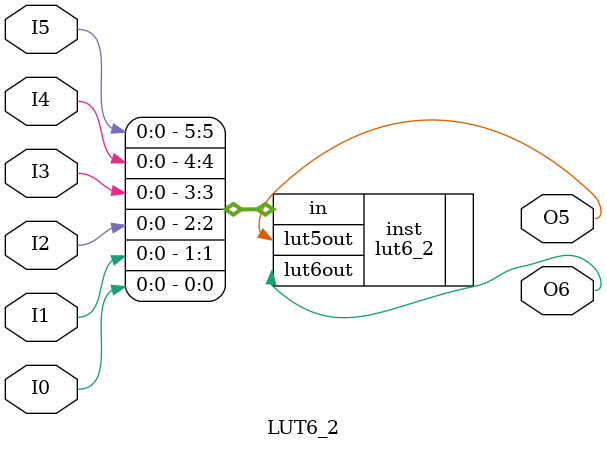
<source format=v>
module LUT1(output O, input I0);
  parameter [1:0] INIT = 0;
  \$lut #(
    .WIDTH(1),
    .LUT(INIT)
  ) _TECHMAP_REPLACE_ (
    .A(I0),
    .Y(O)
  );
endmodule
module LUT2(output O, input I0, I1);
  parameter [3:0] INIT = 0;
  \$lut #(
    .WIDTH(2),
    .LUT(INIT)
  ) _TECHMAP_REPLACE_ (
    .A({I1, I0}),
    .Y(O)
  );
endmodule
module LUT3(output O, input I0, I1, I2);
  parameter [7:0] INIT = 0;
  \$lut #(
    .WIDTH(3),
    .LUT(INIT)
  ) _TECHMAP_REPLACE_ (
    .A({I2, I1, I0}),
    .Y(O)
  );
endmodule
module LUT4(output O, input I0, I1, I2, I3);
  parameter [15:0] INIT = 0;
  \$lut #(
    .WIDTH(4),
    .LUT(INIT)
  ) _TECHMAP_REPLACE_ (
    .A({I3, I2, I1, I0}),
    .Y(O)
  );
endmodule
module LUT5(output O, input I0, I1, I2, I3, I4);
  parameter [31:0] INIT = 0;
  \$lut #(
    .WIDTH(5),
    .LUT(INIT)
  ) _TECHMAP_REPLACE_ (
    .A({I4, I3, I2, I1, I0}),
    .Y(O)
  );
endmodule
module LUT6(output O, input I0, I1, I2, I3, I4, I5);
  parameter [63:0] INIT = 0;
  \$lut #(
    .WIDTH(6),
    .LUT(INIT)
  ) _TECHMAP_REPLACE_ (
    .A({I5, I4, I3, I2, I1, I0}),
    .Y(O)
  );
endmodule

module VCC(output P);
  assign P = 1;
endmodule

module GND(output G);
  assign G = 0;
endmodule

module IBUF (I, O);
  input I;
  output O;
  assign O = I;
endmodule

module OBUF (I, O);
  input I;
  output O;
  assign O = I;
endmodule

module CARRY8(
  output wire [7:0] CO,
  output [7:0] O,
  input        CI,
  input  [7:0] DI, S
);
  parameter [15:0] LOCATION = 16'b0000000000000000;
  parameter CARRY_TYPE = "adder_carry10";

  wire [8:0] c_int;
  
  generate 
	if (CARRY_TYPE == "adder_carry20") begin  
		adder_carry #(.LOCATION(LOCATION)) intermediate_adder (.cin( ), .cout(c_int[0]), .p(1'b0), .g(CI), .sumout() );
		adder_carry #(.LOCATION(LOCATION)) add_carry0 ( .cin(c_int[0]), .g(DI[0]), .p(S[0]), .cout(c_int[1]), .sumout(O[0]) );
		adder_carry #(.LOCATION(LOCATION)) add_carry_out0 ( .cin(c_int[1]), .g(1'b0), .p(1'b1), .cout(CO[0]), .sumout() );
		adder_carry #(.LOCATION(LOCATION)) add_carry1 ( .cin(CO[0]), .g(DI[1]), .p(S[1]), .cout(c_int[2]), .sumout(O[1]) );
		adder_carry #(.LOCATION(LOCATION)) add_carry_out1 ( .cin(c_int[2]), .g(1'b0), .p(1'b1), .cout(CO[1]), .sumout() );
		adder_carry #(.LOCATION(LOCATION)) add_carry2 ( .cin(CO[1]), .g(DI[2]), .p(S[2]), .cout(c_int[3]), .sumout(O[2]) );
		adder_carry #(.LOCATION(LOCATION)) add_carry_out2 ( .cin(c_int[3]), .g(1'b0), .p(1'b1), .cout(CO[2]), .sumout() );
		adder_carry #(.LOCATION(LOCATION)) add_carry3 ( .cin(CO[2]), .g(DI[3]), .p(S[3]), .cout(c_int[4]), .sumout(O[3]) );
		adder_carry #(.LOCATION(LOCATION)) add_carry_out3 ( .cin(c_int[4]), .g(1'b0), .p(1'b1), .cout(CO[3]), .sumout() );
		adder_carry #(.LOCATION(LOCATION)) add_carry4 ( .cin(CO[3]), .g(DI[4]), .p(S[4]), .cout(c_int[5]), .sumout(O[4]) );
		adder_carry #(.LOCATION(LOCATION)) add_carry_out4 ( .cin(c_int[5]), .g(1'b0), .p(1'b1), .cout(CO[4]), .sumout() );
		adder_carry #(.LOCATION(LOCATION)) add_carry5 ( .cin(CO[4]), .g(DI[5]), .p(S[5]), .cout(c_int[6]), .sumout(O[5]) );
		adder_carry #(.LOCATION(LOCATION)) add_carry_out5 ( .cin(c_int[6]), .g(1'b0), .p(1'b1), .cout(CO[5]), .sumout() );
		adder_carry #(.LOCATION(LOCATION)) add_carry6 ( .cin(CO[5]), .g(DI[6]), .p(S[6]), .cout(c_int[7]), .sumout(O[6]) );
		adder_carry #(.LOCATION(LOCATION)) add_carry_out6 ( .cin(c_int[7]), .g(1'b0), .p(1'b1), .cout(CO[6]), .sumout() );
		adder_carry #(.LOCATION(LOCATION)) add_carry7 ( .cin(CO[6]), .g(DI[7]), .p(S[7]), .cout(c_int[8]), .sumout(O[7]) );
		adder_carry #(.LOCATION(LOCATION)) add_carry_out7 (.cin(c_int[8]), .cout(), .p(1'b0), .g(1'b0), .sumout(CO[7]) );
	end else begin
		adder_carry #(.LOCATION(LOCATION)) intermediate_adder (.cin( ), .cout(c_int[0]), .p(1'b0), .g(CI), .sumout() );
		adder_carry #(.LOCATION(LOCATION)) add_carry0 ( .cin(c_int[0]), .g(DI[0]), .p(S[0]), .cout(c_int[1]), .sumout(O[0]) );
		adder_carry #(.LOCATION(LOCATION)) add_carry1 ( .cin(c_int[1]), .g(DI[1]), .p(S[1]), .cout(c_int[2]), .sumout(O[1]) );
		adder_carry #(.LOCATION(LOCATION)) add_carry2 ( .cin(c_int[2]), .g(DI[2]), .p(S[2]), .cout(c_int[3]), .sumout(O[2]) );
		adder_carry #(.LOCATION(LOCATION)) add_carry3 ( .cin(c_int[3]), .g(DI[3]), .p(S[3]), .cout(c_int[4]), .sumout(O[3]) );
		adder_carry #(.LOCATION(LOCATION)) add_carry4 ( .cin(c_int[4]), .g(DI[4]), .p(S[4]), .cout(c_int[5]), .sumout(O[4]) );
		adder_carry #(.LOCATION(LOCATION)) add_carry5 ( .cin(c_int[5]), .g(DI[5]), .p(S[5]), .cout(c_int[6]), .sumout(O[5]) );
		adder_carry #(.LOCATION(LOCATION)) add_carry6 ( .cin(c_int[6]), .g(DI[6]), .p(S[6]), .cout(c_int[7]), .sumout(O[6]) );
		adder_carry #(.LOCATION(LOCATION)) add_carry7 ( .cin(c_int[7]), .g(DI[7]), .p(S[7]), .cout(c_int[8]), .sumout(O[7]) );
		adder_carry #(.LOCATION(LOCATION)) final_adder (.cin(c_int[8]), .cout(), .p(1'b0), .g(1'b0), .sumout(CO[7]) );
		
		LUT3 co0_out (
		.I0(DI[0]),
		.I1(CI),
		.I2(S[0]),
		.O(CO[0])
		);
		defparam co0_out.INIT=8'hCA;
		
		LUT3 co1_out (
		.I0(DI[1]),
		.I1(CO[0]),
		.I2(S[1]),
		.O(CO[1])
		);
		defparam co1_out.INIT=8'hCA;
		
		LUT3 co2_out (
		.I0(DI[2]),
		.I1(CO[1]),
		.I2(S[2]),
		.O(CO[2])
		);
		defparam co2_out.INIT=8'hCA;
		
		LUT3 co3_out (
		.I0(DI[3]),
		.I1(CO[2]),
		.I2(S[3]),
		.O(CO[3])
		);
		defparam co3_out.INIT=8'hCA;
		
		LUT3 co4_out (
		.I0(DI[4]),
		.I1(CO[3]),
		.I2(S[4]),
		.O(CO[4])
		);
		defparam co4_out.INIT=8'hCA;
		
		LUT3 co5_out (
		.I0(DI[5]),
		.I1(CO[4]),
		.I2(S[5]),
		.O(CO[5])
		);
		defparam co5_out.INIT=8'hCA;
		
		LUT3 co6_out (
		.I0(DI[6]),
		.I1(CO[5]),
		.I2(S[6]),
		.O(CO[6])
		);
		defparam co6_out.INIT=8'hCA;
	end
  endgenerate
     
endmodule

module LUT6_2(output O6, O5, input I0, I1, I2, I3, I4, I5);
  parameter [63:0] INIT = 0;
  lut6_2 #(
    .INIT(INIT)
  ) inst (
    .in({I5, I4, I3, I2, I1, I0}),
	.lut5out(O5),
    .lut6out(O6)
  );
endmodule
</source>
